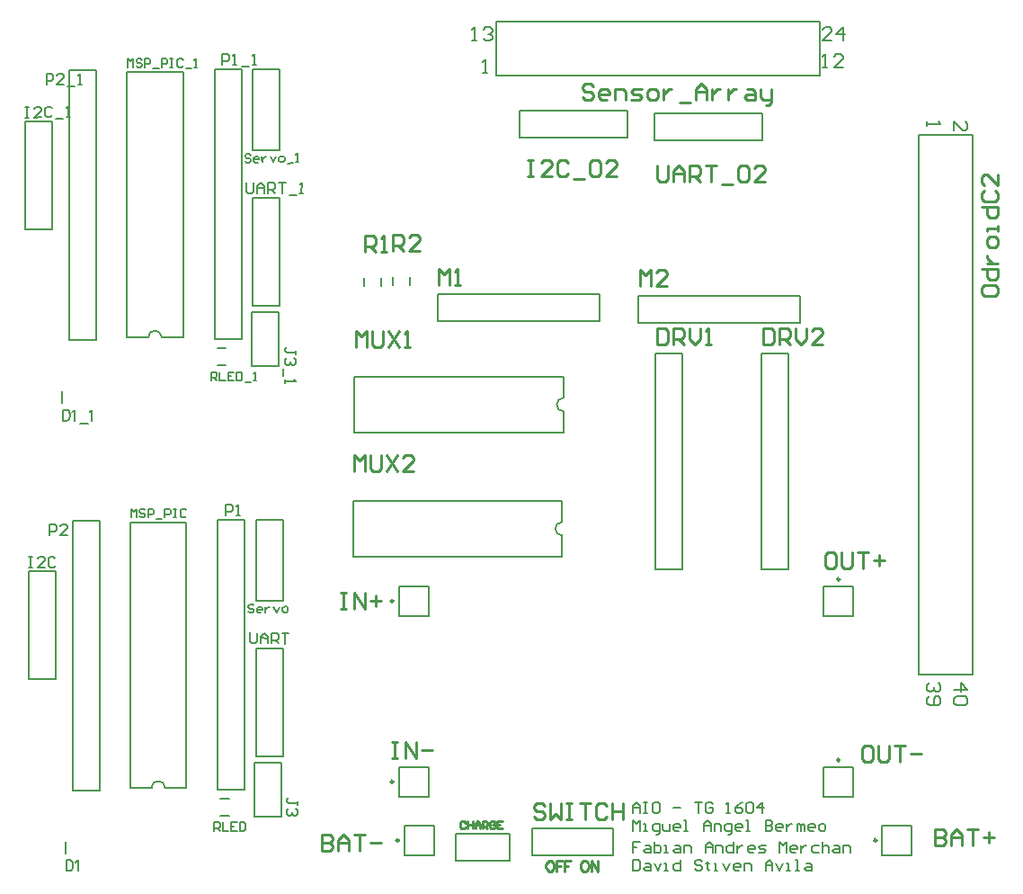
<source format=gto>
G04 Layer_Color=65535*
%FSLAX24Y24*%
%MOIN*%
G70*
G01*
G75*
%ADD25C,0.0079*%
%ADD26C,0.0098*%
%ADD27C,0.0059*%
%ADD28C,0.0100*%
%ADD29C,0.0080*%
D25*
X-5410Y20009D02*
G03*
X-5910Y20009I-250J0D01*
G01*
X9488Y17770D02*
G03*
X9488Y17270I0J-250D01*
G01*
X-5290Y3319D02*
G03*
X-5790Y3319I-250J0D01*
G01*
X9438Y13170D02*
G03*
X9438Y12670I0J-250D01*
G01*
X-9100Y17573D02*
Y18007D01*
X-10460Y24030D02*
X-9460D01*
X-10460D02*
Y28030D01*
X-9460Y24030D02*
Y28030D01*
X-10460D02*
X-9460D01*
X-2090Y18950D02*
X-1090D01*
X-2090D02*
Y20950D01*
X-1090D01*
Y18950D02*
Y20950D01*
X-6703Y20009D02*
Y29851D01*
X-4617Y20009D02*
Y29851D01*
X-6703D02*
X-4617D01*
X-6703Y20009D02*
X-5910D01*
X-5410D02*
X-4617D01*
X-3450Y20690D02*
Y29940D01*
Y19940D02*
Y20690D01*
Y19940D02*
X-2450D01*
Y29940D01*
X-3450D02*
X-2450D01*
X-8840Y20670D02*
Y29920D01*
Y19920D02*
Y20670D01*
Y19920D02*
X-7840D01*
Y29920D01*
X-8840D02*
X-7840D01*
X-3357Y19605D02*
X-3043D01*
X-3357Y18975D02*
X-3043D01*
X-2030Y26940D02*
Y29940D01*
Y26940D02*
X-1030D01*
Y29940D01*
X-2030D02*
X-1030D01*
X-2030Y21170D02*
X-1030D01*
X-2030D02*
Y25170D01*
X-1030Y21170D02*
Y25170D01*
X-2030D02*
X-1030D01*
X7000Y29700D02*
Y31700D01*
X19000D01*
Y29700D02*
Y31700D01*
X7000Y29700D02*
X19000D01*
X22660Y7500D02*
X24660D01*
X22660Y27500D02*
X24660D01*
Y7500D02*
Y27500D01*
X22660Y7500D02*
Y27500D01*
X1732Y16477D02*
X9488D01*
X1732Y18563D02*
X9488D01*
X1732Y16477D02*
Y18563D01*
X9488Y16477D02*
Y17270D01*
Y17770D02*
Y18563D01*
X3386Y2992D02*
Y4094D01*
X3386Y4094D02*
X4488D01*
Y2992D02*
Y4094D01*
X3386Y2992D02*
X4488D01*
X4810Y21600D02*
X10810D01*
X4810Y20600D02*
X10810D01*
Y21600D01*
X4810Y20600D02*
Y21600D01*
X13886Y11398D02*
Y19398D01*
X12886D02*
X13886D01*
X12886Y11398D02*
Y19398D01*
Y11398D02*
X13886D01*
X-8980Y883D02*
Y1317D01*
X-8720Y3980D02*
Y13230D01*
Y3230D02*
Y3980D01*
Y3230D02*
X-7720D01*
Y13230D01*
X-8720D02*
X-7720D01*
X-6583Y3319D02*
Y13161D01*
X-4497Y3319D02*
Y13161D01*
X-6583D02*
X-4497D01*
X-6583Y3319D02*
X-5790D01*
X-5290D02*
X-4497D01*
X-1910Y4480D02*
X-910D01*
X-1910D02*
Y8480D01*
X-910Y4480D02*
Y8480D01*
X-1910D02*
X-910D01*
X5500Y600D02*
Y1600D01*
X7500D01*
Y600D02*
Y1600D01*
X5500Y600D02*
X7500D01*
X8340Y800D02*
X11340D01*
Y1800D01*
X8340D02*
X11340D01*
X8340Y800D02*
Y1800D01*
X2105Y21913D02*
Y22227D01*
X2735Y21913D02*
Y22227D01*
X3386Y9685D02*
Y10787D01*
X3386Y10787D02*
X4488D01*
Y9685D02*
Y10787D01*
X3386Y9685D02*
X4488D01*
X7870Y27410D02*
Y28410D01*
X11870D01*
X7870Y27410D02*
X11870D01*
Y28410D01*
X12850Y27310D02*
Y28310D01*
X16850D01*
X12850Y27310D02*
X16850D01*
Y28310D01*
X3165Y21943D02*
Y22257D01*
X3795Y21943D02*
Y22257D01*
X19134Y4094D02*
X20236D01*
X20236Y2992D02*
Y4094D01*
X19134Y2992D02*
X20236D01*
X19134Y2992D02*
Y4094D01*
X21307Y821D02*
X22409D01*
X22409Y821D02*
Y1923D01*
X21307D02*
X22409D01*
X21307Y821D02*
Y1923D01*
X3591Y821D02*
Y1923D01*
X3591Y1923D02*
X4693D01*
Y821D02*
Y1923D01*
X3591Y821D02*
X4693D01*
X-3330Y4000D02*
Y13250D01*
Y3250D02*
Y4000D01*
Y3250D02*
X-2330D01*
Y13250D01*
X-3330D02*
X-2330D01*
X-3237Y2915D02*
X-2923D01*
X-3237Y2285D02*
X-2923D01*
X-1970Y2260D02*
X-970D01*
X-1970D02*
Y4260D01*
X-970D01*
Y2260D02*
Y4260D01*
X-1910Y10250D02*
Y13250D01*
Y10250D02*
X-910D01*
Y13250D01*
X-1910D02*
X-910D01*
X-10340Y7340D02*
X-9340D01*
X-10340D02*
Y11340D01*
X-9340Y7340D02*
Y11340D01*
X-10340D02*
X-9340D01*
X1682Y11877D02*
X9438D01*
X1682Y13963D02*
X9438D01*
X1682Y11877D02*
Y13963D01*
X9438Y11877D02*
Y12670D01*
Y13170D02*
Y13963D01*
X12250Y21560D02*
X18250D01*
X12250Y20560D02*
X18250D01*
Y21560D01*
X12250Y20560D02*
Y21560D01*
X19134Y10787D02*
X20236D01*
X20236Y9685D02*
Y10787D01*
X19134Y9685D02*
X20236D01*
X19134Y9685D02*
Y10787D01*
X17823Y11398D02*
Y19398D01*
X16823D02*
X17823D01*
X16823Y11398D02*
Y19398D01*
Y11398D02*
X17823D01*
X12059Y2374D02*
Y2636D01*
X12190Y2767D01*
X12321Y2636D01*
Y2374D01*
Y2571D01*
X12059D01*
X12452Y2767D02*
X12584D01*
X12518D01*
Y2374D01*
X12452D01*
X12584D01*
X12977Y2767D02*
X12846D01*
X12780Y2702D01*
Y2439D01*
X12846Y2374D01*
X12977D01*
X13043Y2439D01*
Y2702D01*
X12977Y2767D01*
X13567Y2571D02*
X13830D01*
X14355Y2767D02*
X14617D01*
X14486D01*
Y2374D01*
X15011Y2702D02*
X14945Y2767D01*
X14814D01*
X14748Y2702D01*
Y2439D01*
X14814Y2374D01*
X14945D01*
X15011Y2439D01*
Y2571D01*
X14879D01*
X15535Y2374D02*
X15667D01*
X15601D01*
Y2767D01*
X15535Y2702D01*
X16126Y2767D02*
X15994Y2702D01*
X15863Y2571D01*
Y2439D01*
X15929Y2374D01*
X16060D01*
X16126Y2439D01*
Y2505D01*
X16060Y2571D01*
X15863D01*
X16257Y2702D02*
X16322Y2767D01*
X16454D01*
X16519Y2702D01*
Y2439D01*
X16454Y2374D01*
X16322D01*
X16257Y2439D01*
Y2702D01*
X16847Y2374D02*
Y2767D01*
X16650Y2571D01*
X16913D01*
X12059Y1712D02*
Y2106D01*
X12190Y1975D01*
X12321Y2106D01*
Y1712D01*
X12452D02*
X12584D01*
X12518D01*
Y1975D01*
X12452D01*
X12911Y1581D02*
X12977D01*
X13043Y1647D01*
Y1975D01*
X12846D01*
X12780Y1909D01*
Y1778D01*
X12846Y1712D01*
X13043D01*
X13174Y1975D02*
Y1778D01*
X13239Y1712D01*
X13436D01*
Y1975D01*
X13764Y1712D02*
X13633D01*
X13567Y1778D01*
Y1909D01*
X13633Y1975D01*
X13764D01*
X13830Y1909D01*
Y1844D01*
X13567D01*
X13961Y1712D02*
X14092D01*
X14027D01*
Y2106D01*
X13961D01*
X14683Y1712D02*
Y1975D01*
X14814Y2106D01*
X14945Y1975D01*
Y1712D01*
Y1909D01*
X14683D01*
X15076Y1712D02*
Y1975D01*
X15273D01*
X15339Y1909D01*
Y1712D01*
X15601Y1581D02*
X15667D01*
X15732Y1647D01*
Y1975D01*
X15535D01*
X15470Y1909D01*
Y1778D01*
X15535Y1712D01*
X15732D01*
X16060D02*
X15929D01*
X15863Y1778D01*
Y1909D01*
X15929Y1975D01*
X16060D01*
X16126Y1909D01*
Y1844D01*
X15863D01*
X16257Y1712D02*
X16388D01*
X16322D01*
Y2106D01*
X16257D01*
X16978D02*
Y1712D01*
X17175D01*
X17241Y1778D01*
Y1844D01*
X17175Y1909D01*
X16978D01*
X17175D01*
X17241Y1975D01*
Y2040D01*
X17175Y2106D01*
X16978D01*
X17569Y1712D02*
X17438D01*
X17372Y1778D01*
Y1909D01*
X17438Y1975D01*
X17569D01*
X17634Y1909D01*
Y1844D01*
X17372D01*
X17766Y1975D02*
Y1712D01*
Y1844D01*
X17831Y1909D01*
X17897Y1975D01*
X17962D01*
X18159Y1712D02*
Y1975D01*
X18225D01*
X18290Y1909D01*
Y1712D01*
Y1909D01*
X18356Y1975D01*
X18422Y1909D01*
Y1712D01*
X18750D02*
X18618D01*
X18553Y1778D01*
Y1909D01*
X18618Y1975D01*
X18750D01*
X18815Y1909D01*
Y1844D01*
X18553D01*
X19012Y1712D02*
X19143D01*
X19209Y1778D01*
Y1909D01*
X19143Y1975D01*
X19012D01*
X18946Y1909D01*
Y1778D01*
X19012Y1712D01*
X12321Y1314D02*
X12059D01*
Y1117D01*
X12190D01*
X12059D01*
Y920D01*
X12518Y1182D02*
X12649D01*
X12715Y1117D01*
Y920D01*
X12518D01*
X12452Y986D01*
X12518Y1051D01*
X12715D01*
X12846Y1314D02*
Y920D01*
X13043D01*
X13108Y986D01*
Y1051D01*
Y1117D01*
X13043Y1182D01*
X12846D01*
X13239Y920D02*
X13371D01*
X13305D01*
Y1182D01*
X13239D01*
X13633D02*
X13764D01*
X13830Y1117D01*
Y920D01*
X13633D01*
X13567Y986D01*
X13633Y1051D01*
X13830D01*
X13961Y920D02*
Y1182D01*
X14158D01*
X14223Y1117D01*
Y920D01*
X14748D02*
Y1182D01*
X14879Y1314D01*
X15011Y1182D01*
Y920D01*
Y1117D01*
X14748D01*
X15142Y920D02*
Y1182D01*
X15339D01*
X15404Y1117D01*
Y920D01*
X15798Y1314D02*
Y920D01*
X15601D01*
X15535Y986D01*
Y1117D01*
X15601Y1182D01*
X15798D01*
X15929D02*
Y920D01*
Y1051D01*
X15994Y1117D01*
X16060Y1182D01*
X16126D01*
X16519Y920D02*
X16388D01*
X16322Y986D01*
Y1117D01*
X16388Y1182D01*
X16519D01*
X16585Y1117D01*
Y1051D01*
X16322D01*
X16716Y920D02*
X16913D01*
X16978Y986D01*
X16913Y1051D01*
X16782D01*
X16716Y1117D01*
X16782Y1182D01*
X16978D01*
X17503Y920D02*
Y1314D01*
X17634Y1182D01*
X17766Y1314D01*
Y920D01*
X18094D02*
X17962D01*
X17897Y986D01*
Y1117D01*
X17962Y1182D01*
X18094D01*
X18159Y1117D01*
Y1051D01*
X17897D01*
X18290Y1182D02*
Y920D01*
Y1051D01*
X18356Y1117D01*
X18422Y1182D01*
X18487D01*
X18946D02*
X18750D01*
X18684Y1117D01*
Y986D01*
X18750Y920D01*
X18946D01*
X19077Y1314D02*
Y920D01*
Y1117D01*
X19143Y1182D01*
X19274D01*
X19340Y1117D01*
Y920D01*
X19537Y1182D02*
X19668D01*
X19733Y1117D01*
Y920D01*
X19537D01*
X19471Y986D01*
X19537Y1051D01*
X19733D01*
X19865Y920D02*
Y1182D01*
X20061D01*
X20127Y1117D01*
Y920D01*
X12059Y652D02*
Y259D01*
X12256D01*
X12321Y324D01*
Y587D01*
X12256Y652D01*
X12059D01*
X12518Y521D02*
X12649D01*
X12715Y456D01*
Y259D01*
X12518D01*
X12452Y324D01*
X12518Y390D01*
X12715D01*
X12846Y521D02*
X12977Y259D01*
X13108Y521D01*
X13239Y259D02*
X13371D01*
X13305D01*
Y521D01*
X13239D01*
X13830Y652D02*
Y259D01*
X13633D01*
X13567Y324D01*
Y456D01*
X13633Y521D01*
X13830D01*
X14617Y587D02*
X14551Y652D01*
X14420D01*
X14355Y587D01*
Y521D01*
X14420Y456D01*
X14551D01*
X14617Y390D01*
Y324D01*
X14551Y259D01*
X14420D01*
X14355Y324D01*
X14814Y587D02*
Y521D01*
X14748D01*
X14879D01*
X14814D01*
Y324D01*
X14879Y259D01*
X15076D02*
X15207D01*
X15142D01*
Y521D01*
X15076D01*
X15404D02*
X15535Y259D01*
X15667Y521D01*
X15994Y259D02*
X15863D01*
X15798Y324D01*
Y456D01*
X15863Y521D01*
X15994D01*
X16060Y456D01*
Y390D01*
X15798D01*
X16191Y259D02*
Y521D01*
X16388D01*
X16454Y456D01*
Y259D01*
X16978D02*
Y521D01*
X17110Y652D01*
X17241Y521D01*
Y259D01*
Y456D01*
X16978D01*
X17372Y521D02*
X17503Y259D01*
X17634Y521D01*
X17766Y259D02*
X17897D01*
X17831D01*
Y521D01*
X17766D01*
X18094Y259D02*
X18225D01*
X18159D01*
Y652D01*
X18094D01*
X18487Y521D02*
X18618D01*
X18684Y456D01*
Y259D01*
X18487D01*
X18422Y324D01*
X18487Y390D01*
X18684D01*
X-9075Y17324D02*
Y16930D01*
Y17324D02*
X-8944D01*
X-8888Y17305D01*
X-8850Y17267D01*
X-8831Y17230D01*
X-8813Y17174D01*
Y17080D01*
X-8831Y17024D01*
X-8850Y16986D01*
X-8888Y16949D01*
X-8944Y16930D01*
X-9075D01*
X-8725Y17249D02*
X-8687Y17267D01*
X-8631Y17324D01*
Y16930D01*
X-8436Y16799D02*
X-8136D01*
X-8085Y17249D02*
X-8048Y17267D01*
X-7992Y17324D01*
Y16930D01*
X-10464Y28554D02*
X-10333Y28555D01*
X-10399Y28554D01*
X-10394Y28161D01*
X-10460Y28160D01*
X-10329Y28161D01*
X-9870Y28166D02*
X-10132Y28163D01*
X-9872Y28429D01*
X-9873Y28494D01*
X-9939Y28559D01*
X-10071Y28558D01*
X-10135Y28491D01*
X-9480Y28498D02*
X-9546Y28563D01*
X-9677Y28562D01*
X-9742Y28495D01*
X-9739Y28233D01*
X-9673Y28168D01*
X-9542Y28170D01*
X-9477Y28236D01*
X-9344Y28106D02*
X-9082Y28109D01*
X-8951Y28176D02*
X-8820Y28177D01*
X-8886Y28176D01*
X-8890Y28570D01*
X-8955Y28504D01*
X-6670Y30030D02*
Y30345D01*
X-6565Y30240D01*
X-6460Y30345D01*
Y30030D01*
X-6145Y30292D02*
X-6198Y30345D01*
X-6303D01*
X-6355Y30292D01*
Y30240D01*
X-6303Y30187D01*
X-6198D01*
X-6145Y30135D01*
Y30082D01*
X-6198Y30030D01*
X-6303D01*
X-6355Y30082D01*
X-6040Y30030D02*
Y30345D01*
X-5883D01*
X-5830Y30292D01*
Y30187D01*
X-5883Y30135D01*
X-6040D01*
X-5725Y29978D02*
X-5516D01*
X-5411Y30030D02*
Y30345D01*
X-5253D01*
X-5201Y30292D01*
Y30187D01*
X-5253Y30135D01*
X-5411D01*
X-5096Y30345D02*
X-4991D01*
X-5043D01*
Y30030D01*
X-5096D01*
X-4991D01*
X-4623Y30292D02*
X-4676Y30345D01*
X-4781D01*
X-4833Y30292D01*
Y30082D01*
X-4781Y30030D01*
X-4676D01*
X-4623Y30082D01*
X-4518Y29978D02*
X-4309D01*
X-4204Y30030D02*
X-4099D01*
X-4151D01*
Y30345D01*
X-4204Y30292D01*
X-3160Y30120D02*
Y30514D01*
X-2963D01*
X-2898Y30448D01*
Y30317D01*
X-2963Y30251D01*
X-3160D01*
X-2766Y30120D02*
X-2635D01*
X-2701D01*
Y30514D01*
X-2766Y30448D01*
X-2438Y30054D02*
X-2176D01*
X-2045Y30120D02*
X-1914D01*
X-1979D01*
Y30514D01*
X-2045Y30448D01*
X-9690Y29380D02*
Y29774D01*
X-9493D01*
X-9428Y29708D01*
Y29577D01*
X-9493Y29511D01*
X-9690D01*
X-9034Y29380D02*
X-9296D01*
X-9034Y29642D01*
Y29708D01*
X-9100Y29774D01*
X-9231D01*
X-9296Y29708D01*
X-8903Y29314D02*
X-8640D01*
X-8509Y29380D02*
X-8378D01*
X-8444D01*
Y29774D01*
X-8509Y29708D01*
X-3580Y18410D02*
Y18725D01*
X-3423D01*
X-3370Y18672D01*
Y18567D01*
X-3423Y18515D01*
X-3580D01*
X-3475D02*
X-3370Y18410D01*
X-3265Y18725D02*
Y18410D01*
X-3055D01*
X-2740Y18725D02*
X-2950D01*
Y18410D01*
X-2740D01*
X-2950Y18567D02*
X-2845D01*
X-2635Y18725D02*
Y18410D01*
X-2478D01*
X-2426Y18462D01*
Y18672D01*
X-2478Y18725D01*
X-2635D01*
X-2321Y18358D02*
X-2111D01*
X-2006Y18410D02*
X-1901D01*
X-1953D01*
Y18725D01*
X-2006Y18672D01*
X-2114Y26756D02*
X-2168Y26807D01*
X-2272Y26806D01*
X-2324Y26752D01*
X-2323Y26700D01*
X-2270Y26648D01*
X-2165Y26650D01*
X-2112Y26598D01*
X-2111Y26546D01*
X-2163Y26492D01*
X-2268Y26491D01*
X-2321Y26542D01*
X-1848Y26497D02*
X-1953Y26496D01*
X-2006Y26547D01*
X-2008Y26652D01*
X-1956Y26706D01*
X-1851Y26707D01*
X-1798Y26656D01*
X-1797Y26603D01*
X-2007Y26600D01*
X-1694Y26710D02*
X-1690Y26500D01*
X-1692Y26605D01*
X-1640Y26658D01*
X-1589Y26711D01*
X-1536Y26712D01*
X-1379Y26715D02*
X-1271Y26506D01*
X-1169Y26718D01*
X-1008Y26511D02*
X-903Y26512D01*
X-852Y26565D01*
X-853Y26670D01*
X-907Y26722D01*
X-1012Y26720D01*
X-1063Y26667D01*
X-1062Y26562D01*
X-1008Y26511D01*
X-745Y26462D02*
X-535Y26465D01*
X-431Y26520D02*
X-326Y26521D01*
X-379Y26520D01*
X-384Y26835D01*
X-435Y26782D01*
X-2258Y25754D02*
X-2260Y25426D01*
X-2194Y25360D01*
X-2063Y25359D01*
X-1997Y25424D01*
X-1995Y25752D01*
X-1866Y25358D02*
X-1865Y25620D01*
X-1733Y25751D01*
X-1603Y25619D01*
X-1604Y25356D01*
X-1603Y25553D01*
X-1865Y25555D01*
X-1473Y25355D02*
X-1471Y25749D01*
X-1274Y25748D01*
X-1209Y25682D01*
X-1209Y25551D01*
X-1275Y25486D01*
X-1472Y25487D01*
X-1341Y25486D02*
X-1210Y25354D01*
X-1077Y25747D02*
X-815Y25745D01*
X-946Y25746D01*
X-948Y25352D01*
X-686Y25285D02*
X-424Y25284D01*
X-292Y25349D02*
X-161Y25348D01*
X-227Y25348D01*
X-224Y25742D01*
X-290Y25677D01*
X-2138Y9064D02*
X-2140Y8736D01*
X-2074Y8670D01*
X-1943Y8669D01*
X-1877Y8734D01*
X-1875Y9062D01*
X-1746Y8668D02*
X-1745Y8930D01*
X-1613Y9061D01*
X-1483Y8929D01*
X-1484Y8666D01*
X-1483Y8863D01*
X-1745Y8865D01*
X-1353Y8665D02*
X-1351Y9059D01*
X-1154Y9058D01*
X-1089Y8992D01*
X-1089Y8861D01*
X-1155Y8796D01*
X-1352Y8797D01*
X-1221Y8796D02*
X-1090Y8664D01*
X-957Y9057D02*
X-695Y9055D01*
X-826Y9056D01*
X-828Y8662D01*
X-6550Y13340D02*
Y13655D01*
X-6445Y13550D01*
X-6340Y13655D01*
Y13340D01*
X-6025Y13602D02*
X-6078Y13655D01*
X-6183D01*
X-6235Y13602D01*
Y13550D01*
X-6183Y13497D01*
X-6078D01*
X-6025Y13445D01*
Y13392D01*
X-6078Y13340D01*
X-6183D01*
X-6235Y13392D01*
X-5920Y13340D02*
Y13655D01*
X-5763D01*
X-5710Y13602D01*
Y13497D01*
X-5763Y13445D01*
X-5920D01*
X-5605Y13288D02*
X-5396D01*
X-5291Y13340D02*
Y13655D01*
X-5133D01*
X-5081Y13602D01*
Y13497D01*
X-5133Y13445D01*
X-5291D01*
X-4976Y13655D02*
X-4871D01*
X-4923D01*
Y13340D01*
X-4976D01*
X-4871D01*
X-4503Y13602D02*
X-4556Y13655D01*
X-4661D01*
X-4713Y13602D01*
Y13392D01*
X-4661Y13340D01*
X-4556D01*
X-4503Y13392D01*
X-1994Y10066D02*
X-2048Y10117D01*
X-2152Y10116D01*
X-2204Y10062D01*
X-2203Y10010D01*
X-2150Y9958D01*
X-2045Y9960D01*
X-1992Y9908D01*
X-1991Y9856D01*
X-2043Y9802D01*
X-2148Y9801D01*
X-2201Y9852D01*
X-1728Y9807D02*
X-1833Y9806D01*
X-1886Y9857D01*
X-1888Y9962D01*
X-1836Y10016D01*
X-1731Y10017D01*
X-1678Y9966D01*
X-1677Y9913D01*
X-1887Y9910D01*
X-1574Y10020D02*
X-1570Y9810D01*
X-1572Y9915D01*
X-1520Y9968D01*
X-1469Y10021D01*
X-1416Y10022D01*
X-1259Y10025D02*
X-1151Y9816D01*
X-1049Y10028D01*
X-888Y9821D02*
X-783Y9822D01*
X-732Y9875D01*
X-733Y9980D01*
X-787Y10032D01*
X-892Y10030D01*
X-943Y9977D01*
X-942Y9872D01*
X-888Y9821D01*
X-10344Y11864D02*
X-10213Y11865D01*
X-10279Y11864D01*
X-10274Y11471D01*
X-10340Y11470D01*
X-10209Y11471D01*
X-9750Y11476D02*
X-10012Y11473D01*
X-9752Y11739D01*
X-9753Y11804D01*
X-9819Y11869D01*
X-9951Y11868D01*
X-10015Y11801D01*
X-9360Y11808D02*
X-9426Y11873D01*
X-9557Y11872D01*
X-9622Y11805D01*
X-9619Y11543D01*
X-9553Y11478D01*
X-9422Y11480D01*
X-9357Y11546D01*
X-3460Y1720D02*
Y2035D01*
X-3303D01*
X-3250Y1982D01*
Y1877D01*
X-3303Y1825D01*
X-3460D01*
X-3355D02*
X-3250Y1720D01*
X-3145Y2035D02*
Y1720D01*
X-2935D01*
X-2620Y2035D02*
X-2830D01*
Y1720D01*
X-2620D01*
X-2830Y1877D02*
X-2725D01*
X-2515Y2035D02*
Y1720D01*
X-2358D01*
X-2306Y1772D01*
Y1982D01*
X-2358Y2035D01*
X-2515D01*
X-9570Y12690D02*
Y13084D01*
X-9373D01*
X-9308Y13018D01*
Y12887D01*
X-9373Y12821D01*
X-9570D01*
X-8914Y12690D02*
X-9176D01*
X-8914Y12952D01*
Y13018D01*
X-8980Y13084D01*
X-9111D01*
X-9176Y13018D01*
X-3040Y13430D02*
Y13824D01*
X-2843D01*
X-2778Y13758D01*
Y13627D01*
X-2843Y13561D01*
X-3040D01*
X-2646Y13430D02*
X-2515D01*
X-2581D01*
Y13824D01*
X-2646Y13758D01*
X-8955Y634D02*
Y240D01*
Y634D02*
X-8824D01*
X-8768Y615D01*
X-8730Y577D01*
X-8711Y540D01*
X-8693Y484D01*
Y390D01*
X-8711Y334D01*
X-8730Y296D01*
X-8768Y259D01*
X-8824Y240D01*
X-8955D01*
X-8605Y559D02*
X-8567Y577D01*
X-8511Y634D01*
Y240D01*
D26*
X3179Y3543D02*
G03*
X3179Y3543I-49J0D01*
G01*
Y10236D02*
G03*
X3179Y10236I-49J0D01*
G01*
X19734Y4350D02*
G03*
X19734Y4350I-49J0D01*
G01*
X21100Y1372D02*
G03*
X21100Y1372I-49J0D01*
G01*
X3384D02*
G03*
X3384Y1372I-49J0D01*
G01*
X19734Y11043D02*
G03*
X19734Y11043I-49J0D01*
G01*
D27*
X-442Y19369D02*
Y19500D01*
Y19434D01*
X-770D01*
X-835Y19500D01*
Y19565D01*
X-770Y19631D01*
X-507Y19237D02*
X-442Y19172D01*
Y19041D01*
X-507Y18975D01*
X-573D01*
X-639Y19041D01*
Y19106D01*
Y19041D01*
X-704Y18975D01*
X-770D01*
X-835Y19041D01*
Y19172D01*
X-770Y19237D01*
X-901Y18844D02*
Y18581D01*
X-835Y18450D02*
Y18319D01*
Y18385D01*
X-442D01*
X-507Y18450D01*
X-387Y2679D02*
Y2810D01*
Y2744D01*
X-715D01*
X-781Y2810D01*
Y2875D01*
X-715Y2941D01*
X-453Y2547D02*
X-387Y2482D01*
Y2351D01*
X-453Y2285D01*
X-519D01*
X-584Y2351D01*
Y2416D01*
Y2351D01*
X-650Y2285D01*
X-715D01*
X-781Y2351D01*
Y2482D01*
X-715Y2547D01*
D28*
X2110Y23180D02*
Y23780D01*
X2410D01*
X2510Y23680D01*
Y23480D01*
X2410Y23380D01*
X2110D01*
X2310D02*
X2510Y23180D01*
X2710D02*
X2910D01*
X2810D01*
Y23780D01*
X2710Y23680D01*
X8800Y2640D02*
X8700Y2740D01*
X8500D01*
X8400Y2640D01*
Y2540D01*
X8500Y2440D01*
X8700D01*
X8800Y2340D01*
Y2240D01*
X8700Y2140D01*
X8500D01*
X8400Y2240D01*
X9000Y2740D02*
Y2140D01*
X9200Y2340D01*
X9400Y2140D01*
Y2740D01*
X9600D02*
X9800D01*
X9700D01*
Y2140D01*
X9600D01*
X9800D01*
X10099Y2740D02*
X10499D01*
X10299D01*
Y2140D01*
X11099Y2640D02*
X10999Y2740D01*
X10799D01*
X10699Y2640D01*
Y2240D01*
X10799Y2140D01*
X10999D01*
X11099Y2240D01*
X11299Y2740D02*
Y2140D01*
Y2440D01*
X11699D01*
Y2740D01*
Y2140D01*
X5844Y2030D02*
X5798Y2076D01*
X5706D01*
X5660Y2030D01*
Y1846D01*
X5706Y1800D01*
X5798D01*
X5844Y1846D01*
X5936Y2076D02*
Y1800D01*
Y1938D01*
X6119D01*
Y2076D01*
Y1800D01*
X6211D02*
Y1984D01*
X6303Y2076D01*
X6395Y1984D01*
Y1800D01*
Y1938D01*
X6211D01*
X6487Y1800D02*
Y2076D01*
X6624D01*
X6670Y2030D01*
Y1938D01*
X6624Y1892D01*
X6487D01*
X6578D02*
X6670Y1800D01*
X6946Y2030D02*
X6900Y2076D01*
X6808D01*
X6762Y2030D01*
Y1846D01*
X6808Y1800D01*
X6900D01*
X6946Y1846D01*
Y1938D01*
X6854D01*
X7221Y2076D02*
X7038D01*
Y1800D01*
X7221D01*
X7038Y1938D02*
X7129D01*
X12950Y20340D02*
Y19740D01*
X13250D01*
X13350Y19840D01*
Y20240D01*
X13250Y20340D01*
X12950D01*
X13550Y19740D02*
Y20340D01*
X13850D01*
X13950Y20240D01*
Y20040D01*
X13850Y19940D01*
X13550D01*
X13750D02*
X13950Y19740D01*
X14150Y20340D02*
Y19940D01*
X14350Y19740D01*
X14549Y19940D01*
Y20340D01*
X14749Y19740D02*
X14949D01*
X14849D01*
Y20340D01*
X14749Y20240D01*
X16880Y20340D02*
Y19740D01*
X17180D01*
X17280Y19840D01*
Y20240D01*
X17180Y20340D01*
X16880D01*
X17480Y19740D02*
Y20340D01*
X17780D01*
X17880Y20240D01*
Y20040D01*
X17780Y19940D01*
X17480D01*
X17680D02*
X17880Y19740D01*
X18080Y20340D02*
Y19940D01*
X18280Y19740D01*
X18479Y19940D01*
Y20340D01*
X19079Y19740D02*
X18679D01*
X19079Y20140D01*
Y20240D01*
X18979Y20340D01*
X18779D01*
X18679Y20240D01*
X8160Y26570D02*
X8360D01*
X8260D01*
Y25970D01*
X8160D01*
X8360D01*
X9060D02*
X8660D01*
X9060Y26370D01*
Y26470D01*
X8960Y26570D01*
X8760D01*
X8660Y26470D01*
X9660D02*
X9560Y26570D01*
X9360D01*
X9260Y26470D01*
Y26070D01*
X9360Y25970D01*
X9560D01*
X9660Y26070D01*
X9859Y25870D02*
X10259D01*
X10759Y26570D02*
X10559D01*
X10459Y26470D01*
Y26070D01*
X10559Y25970D01*
X10759D01*
X10859Y26070D01*
Y26470D01*
X10759Y26570D01*
X11459Y25970D02*
X11059D01*
X11459Y26370D01*
Y26470D01*
X11359Y26570D01*
X11159D01*
X11059Y26470D01*
X4870Y21940D02*
Y22540D01*
X5070Y22340D01*
X5270Y22540D01*
Y21940D01*
X5470D02*
X5670D01*
X5570D01*
Y22540D01*
X5470Y22440D01*
X12310Y21900D02*
Y22500D01*
X12510Y22300D01*
X12710Y22500D01*
Y21900D01*
X13310D02*
X12910D01*
X13310Y22300D01*
Y22400D01*
X13210Y22500D01*
X13010D01*
X12910Y22400D01*
X3130Y5030D02*
X3330D01*
X3230D01*
Y4430D01*
X3130D01*
X3330D01*
X3630D02*
Y5030D01*
X4030Y4430D01*
Y5030D01*
X4230Y4730D02*
X4630D01*
X1790Y19660D02*
Y20260D01*
X1990Y20060D01*
X2190Y20260D01*
Y19660D01*
X2390Y20260D02*
Y19760D01*
X2490Y19660D01*
X2690D01*
X2790Y19760D01*
Y20260D01*
X2990D02*
X3389Y19660D01*
Y20260D02*
X2990Y19660D01*
X3589D02*
X3789D01*
X3689D01*
Y20260D01*
X3589Y20160D01*
X1740Y15060D02*
Y15660D01*
X1940Y15460D01*
X2140Y15660D01*
Y15060D01*
X2340Y15660D02*
Y15160D01*
X2440Y15060D01*
X2640D01*
X2740Y15160D01*
Y15660D01*
X2940D02*
X3339Y15060D01*
Y15660D02*
X2940Y15060D01*
X3939D02*
X3539D01*
X3939Y15460D01*
Y15560D01*
X3839Y15660D01*
X3639D01*
X3539Y15560D01*
X24990Y21860D02*
Y21660D01*
X25090Y21560D01*
X25490D01*
X25590Y21660D01*
Y21860D01*
X25490Y21960D01*
X25090D01*
X24990Y21860D01*
Y22560D02*
X25590D01*
Y22260D01*
X25490Y22160D01*
X25290D01*
X25190Y22260D01*
Y22560D01*
Y22760D02*
X25590D01*
X25390D01*
X25290Y22860D01*
X25190Y22960D01*
Y23060D01*
X25590Y23459D02*
Y23659D01*
X25490Y23759D01*
X25290D01*
X25190Y23659D01*
Y23459D01*
X25290Y23359D01*
X25490D01*
X25590Y23459D01*
Y23959D02*
Y24159D01*
Y24059D01*
X25190D01*
Y23959D01*
X24990Y24859D02*
X25590D01*
Y24559D01*
X25490Y24459D01*
X25290D01*
X25190Y24559D01*
Y24859D01*
X25090Y25459D02*
X24990Y25359D01*
Y25159D01*
X25090Y25059D01*
X25490D01*
X25590Y25159D01*
Y25359D01*
X25490Y25459D01*
X25590Y26059D02*
Y25659D01*
X25190Y26059D01*
X25090D01*
X24990Y25959D01*
Y25759D01*
X25090Y25659D01*
X19490Y12040D02*
X19290D01*
X19190Y11940D01*
Y11540D01*
X19290Y11440D01*
X19490D01*
X19590Y11540D01*
Y11940D01*
X19490Y12040D01*
X19790D02*
Y11540D01*
X19890Y11440D01*
X20090D01*
X20190Y11540D01*
Y12040D01*
X20390D02*
X20789D01*
X20590D01*
Y11440D01*
X20989Y11740D02*
X21389D01*
X21189Y11940D02*
Y11540D01*
X20850Y4870D02*
X20650D01*
X20550Y4770D01*
Y4370D01*
X20650Y4270D01*
X20850D01*
X20950Y4370D01*
Y4770D01*
X20850Y4870D01*
X21150D02*
Y4370D01*
X21250Y4270D01*
X21450D01*
X21550Y4370D01*
Y4870D01*
X21750D02*
X22149D01*
X21950D01*
Y4270D01*
X22349Y4570D02*
X22749D01*
X1220Y10550D02*
X1420D01*
X1320D01*
Y9950D01*
X1220D01*
X1420D01*
X1720D02*
Y10550D01*
X2120Y9950D01*
Y10550D01*
X2320Y10250D02*
X2720D01*
X2520Y10450D02*
Y10050D01*
X3170Y23210D02*
Y23810D01*
X3470D01*
X3570Y23710D01*
Y23510D01*
X3470Y23410D01*
X3170D01*
X3370D02*
X3570Y23210D01*
X4170D02*
X3770D01*
X4170Y23610D01*
Y23710D01*
X4070Y23810D01*
X3870D01*
X3770Y23710D01*
X10590Y29300D02*
X10490Y29400D01*
X10290D01*
X10190Y29300D01*
Y29200D01*
X10290Y29100D01*
X10490D01*
X10590Y29000D01*
Y28900D01*
X10490Y28800D01*
X10290D01*
X10190Y28900D01*
X11090Y28800D02*
X10890D01*
X10790Y28900D01*
Y29100D01*
X10890Y29200D01*
X11090D01*
X11190Y29100D01*
Y29000D01*
X10790D01*
X11390Y28800D02*
Y29200D01*
X11690D01*
X11789Y29100D01*
Y28800D01*
X11989D02*
X12289D01*
X12389Y28900D01*
X12289Y29000D01*
X12089D01*
X11989Y29100D01*
X12089Y29200D01*
X12389D01*
X12689Y28800D02*
X12889D01*
X12989Y28900D01*
Y29100D01*
X12889Y29200D01*
X12689D01*
X12589Y29100D01*
Y28900D01*
X12689Y28800D01*
X13189Y29200D02*
Y28800D01*
Y29000D01*
X13289Y29100D01*
X13389Y29200D01*
X13489D01*
X13789Y28700D02*
X14189D01*
X14389Y28800D02*
Y29200D01*
X14589Y29400D01*
X14789Y29200D01*
Y28800D01*
Y29100D01*
X14389D01*
X14988Y29200D02*
Y28800D01*
Y29000D01*
X15088Y29100D01*
X15188Y29200D01*
X15288D01*
X15588D02*
Y28800D01*
Y29000D01*
X15688Y29100D01*
X15788Y29200D01*
X15888D01*
X16288D02*
X16488D01*
X16588Y29100D01*
Y28800D01*
X16288D01*
X16188Y28900D01*
X16288Y29000D01*
X16588D01*
X16788Y29200D02*
Y28900D01*
X16888Y28800D01*
X17188D01*
Y28700D01*
X17088Y28600D01*
X16988D01*
X17188Y28800D02*
Y29200D01*
X12970Y26370D02*
Y25870D01*
X13070Y25770D01*
X13270D01*
X13370Y25870D01*
Y26370D01*
X13570Y25770D02*
Y26170D01*
X13770Y26370D01*
X13970Y26170D01*
Y25770D01*
Y26070D01*
X13570D01*
X14170Y25770D02*
Y26370D01*
X14470D01*
X14569Y26270D01*
Y26070D01*
X14470Y25970D01*
X14170D01*
X14370D02*
X14569Y25770D01*
X14769Y26370D02*
X15169D01*
X14969D01*
Y25770D01*
X15369Y25670D02*
X15769D01*
X16269Y26370D02*
X16069D01*
X15969Y26270D01*
Y25870D01*
X16069Y25770D01*
X16269D01*
X16369Y25870D01*
Y26270D01*
X16269Y26370D01*
X16969Y25770D02*
X16569D01*
X16969Y26170D01*
Y26270D01*
X16869Y26370D01*
X16669D01*
X16569Y26270D01*
X23260Y1770D02*
Y1170D01*
X23560D01*
X23660Y1270D01*
Y1370D01*
X23560Y1470D01*
X23260D01*
X23560D01*
X23660Y1570D01*
Y1670D01*
X23560Y1770D01*
X23260D01*
X23860Y1170D02*
Y1570D01*
X24060Y1770D01*
X24260Y1570D01*
Y1170D01*
Y1470D01*
X23860D01*
X24460Y1770D02*
X24859D01*
X24660D01*
Y1170D01*
X25059Y1470D02*
X25459D01*
X25259Y1670D02*
Y1270D01*
X520Y1570D02*
Y970D01*
X820D01*
X920Y1070D01*
Y1170D01*
X820Y1270D01*
X520D01*
X820D01*
X920Y1370D01*
Y1470D01*
X820Y1570D01*
X520D01*
X1120Y970D02*
Y1370D01*
X1320Y1570D01*
X1520Y1370D01*
Y970D01*
Y1270D01*
X1120D01*
X1720Y1570D02*
X2119D01*
X1920D01*
Y970D01*
X2319Y1270D02*
X2719D01*
X8952Y614D02*
X8915Y595D01*
X8877Y557D01*
X8859Y520D01*
X8840Y464D01*
Y370D01*
X8859Y314D01*
X8877Y276D01*
X8915Y239D01*
X8952Y220D01*
X9027D01*
X9065Y239D01*
X9102Y276D01*
X9121Y314D01*
X9140Y370D01*
Y464D01*
X9121Y520D01*
X9102Y557D01*
X9065Y595D01*
X9027Y614D01*
X8952D01*
X9232D02*
Y220D01*
Y614D02*
X9475D01*
X9232Y426D02*
X9382D01*
X9520Y614D02*
Y220D01*
Y614D02*
X9764D01*
X9520Y426D02*
X9670D01*
X10231Y614D02*
X10193Y595D01*
X10156Y557D01*
X10137Y520D01*
X10118Y464D01*
Y370D01*
X10137Y314D01*
X10156Y276D01*
X10193Y239D01*
X10231Y220D01*
X10306D01*
X10343Y239D01*
X10381Y276D01*
X10399Y314D01*
X10418Y370D01*
Y464D01*
X10399Y520D01*
X10381Y557D01*
X10343Y595D01*
X10306Y614D01*
X10231D01*
X10510D02*
Y220D01*
Y614D02*
X10772Y220D01*
Y614D02*
Y220D01*
D29*
X19433Y31000D02*
X19100D01*
X19433Y31333D01*
Y31417D01*
X19350Y31500D01*
X19183D01*
X19100Y31417D01*
X19850Y31000D02*
Y31500D01*
X19600Y31250D01*
X19933D01*
X19100Y30000D02*
X19267D01*
X19183D01*
Y30500D01*
X19100Y30417D01*
X19850Y30000D02*
X19517D01*
X19850Y30333D01*
Y30417D01*
X19766Y30500D01*
X19600D01*
X19517Y30417D01*
X6100Y31000D02*
X6267D01*
X6183D01*
Y31500D01*
X6100Y31417D01*
X6517D02*
X6600Y31500D01*
X6766D01*
X6850Y31417D01*
Y31333D01*
X6766Y31250D01*
X6683D01*
X6766D01*
X6850Y31167D01*
Y31083D01*
X6766Y31000D01*
X6600D01*
X6517Y31083D01*
X6500Y29800D02*
X6667D01*
X6583D01*
Y30300D01*
X6500Y30217D01*
X23377Y7200D02*
X23460Y7117D01*
Y6950D01*
X23377Y6867D01*
X23293D01*
X23210Y6950D01*
Y7033D01*
Y6950D01*
X23127Y6867D01*
X23043D01*
X22960Y6950D01*
Y7117D01*
X23043Y7200D01*
Y6700D02*
X22960Y6617D01*
Y6450D01*
X23043Y6367D01*
X23377D01*
X23460Y6450D01*
Y6617D01*
X23377Y6700D01*
X23293D01*
X23210Y6617D01*
Y6367D01*
X23960Y6950D02*
X24460D01*
X24210Y7200D01*
Y6867D01*
X24377Y6700D02*
X24460Y6617D01*
Y6450D01*
X24377Y6367D01*
X24043D01*
X23960Y6450D01*
Y6617D01*
X24043Y6700D01*
X24377D01*
X23960Y27667D02*
Y28000D01*
X24293Y27667D01*
X24377D01*
X24460Y27750D01*
Y27917D01*
X24377Y28000D01*
X22960D02*
Y27833D01*
Y27917D01*
X23460D01*
X23377Y28000D01*
M02*

</source>
